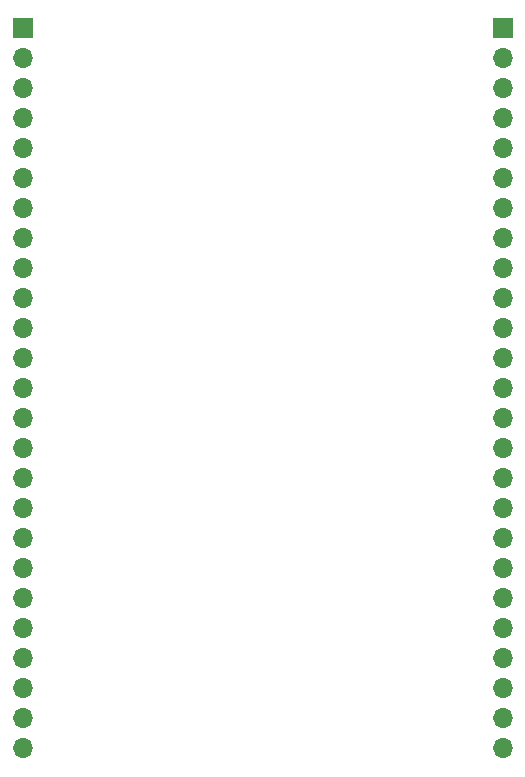
<source format=gbr>
%TF.GenerationSoftware,KiCad,Pcbnew,8.0.1*%
%TF.CreationDate,2024-04-14T04:03:23+09:00*%
%TF.ProjectId,BM83_Breakout,424d3833-5f42-4726-9561-6b6f75742e6b,rev?*%
%TF.SameCoordinates,Original*%
%TF.FileFunction,Copper,L2,Bot*%
%TF.FilePolarity,Positive*%
%FSLAX46Y46*%
G04 Gerber Fmt 4.6, Leading zero omitted, Abs format (unit mm)*
G04 Created by KiCad (PCBNEW 8.0.1) date 2024-04-14 04:03:23*
%MOMM*%
%LPD*%
G01*
G04 APERTURE LIST*
%TA.AperFunction,ComponentPad*%
%ADD10R,1.700000X1.700000*%
%TD*%
%TA.AperFunction,ComponentPad*%
%ADD11O,1.700000X1.700000*%
%TD*%
G04 APERTURE END LIST*
D10*
%TO.P,REF\u002A\u002A,1*%
%TO.N,N/C*%
X71120000Y-63500000D03*
D11*
%TO.P,REF\u002A\u002A,2*%
X71120000Y-66040000D03*
%TO.P,REF\u002A\u002A,3*%
X71120000Y-68580000D03*
%TO.P,REF\u002A\u002A,4*%
X71120000Y-71120000D03*
%TO.P,REF\u002A\u002A,5*%
X71120000Y-73660000D03*
%TO.P,REF\u002A\u002A,6*%
X71120000Y-76200000D03*
%TO.P,REF\u002A\u002A,7*%
X71120000Y-78740000D03*
%TO.P,REF\u002A\u002A,8*%
X71120000Y-81280000D03*
%TO.P,REF\u002A\u002A,9*%
X71120000Y-83820000D03*
%TO.P,REF\u002A\u002A,10*%
X71120000Y-86360000D03*
%TO.P,REF\u002A\u002A,11*%
X71120000Y-88900000D03*
%TO.P,REF\u002A\u002A,12*%
X71120000Y-91440000D03*
%TO.P,REF\u002A\u002A,13*%
X71120000Y-93980000D03*
%TO.P,REF\u002A\u002A,14*%
X71120000Y-96520000D03*
%TO.P,REF\u002A\u002A,15*%
X71120000Y-99060000D03*
%TO.P,REF\u002A\u002A,16*%
X71120000Y-101600000D03*
%TO.P,REF\u002A\u002A,17*%
X71120000Y-104140000D03*
%TO.P,REF\u002A\u002A,18*%
X71120000Y-106680000D03*
%TO.P,REF\u002A\u002A,19*%
X71120000Y-109220000D03*
%TO.P,REF\u002A\u002A,20*%
X71120000Y-111760000D03*
%TO.P,REF\u002A\u002A,21*%
X71120000Y-114300000D03*
%TO.P,REF\u002A\u002A,22*%
X71120000Y-116840000D03*
%TO.P,REF\u002A\u002A,23*%
X71120000Y-119380000D03*
%TO.P,REF\u002A\u002A,24*%
X71120000Y-121920000D03*
%TO.P,REF\u002A\u002A,25*%
X71120000Y-124460000D03*
%TD*%
D10*
%TO.P,REF\u002A\u002A,1*%
%TO.N,N/C*%
X111760000Y-63500000D03*
D11*
%TO.P,REF\u002A\u002A,2*%
X111760000Y-66040000D03*
%TO.P,REF\u002A\u002A,3*%
X111760000Y-68580000D03*
%TO.P,REF\u002A\u002A,4*%
X111760000Y-71120000D03*
%TO.P,REF\u002A\u002A,5*%
X111760000Y-73660000D03*
%TO.P,REF\u002A\u002A,6*%
X111760000Y-76200000D03*
%TO.P,REF\u002A\u002A,7*%
X111760000Y-78740000D03*
%TO.P,REF\u002A\u002A,8*%
X111760000Y-81280000D03*
%TO.P,REF\u002A\u002A,9*%
X111760000Y-83820000D03*
%TO.P,REF\u002A\u002A,10*%
X111760000Y-86360000D03*
%TO.P,REF\u002A\u002A,11*%
X111760000Y-88900000D03*
%TO.P,REF\u002A\u002A,12*%
X111760000Y-91440000D03*
%TO.P,REF\u002A\u002A,13*%
X111760000Y-93980000D03*
%TO.P,REF\u002A\u002A,14*%
X111760000Y-96520000D03*
%TO.P,REF\u002A\u002A,15*%
X111760000Y-99060000D03*
%TO.P,REF\u002A\u002A,16*%
X111760000Y-101600000D03*
%TO.P,REF\u002A\u002A,17*%
X111760000Y-104140000D03*
%TO.P,REF\u002A\u002A,18*%
X111760000Y-106680000D03*
%TO.P,REF\u002A\u002A,19*%
X111760000Y-109220000D03*
%TO.P,REF\u002A\u002A,20*%
X111760000Y-111760000D03*
%TO.P,REF\u002A\u002A,21*%
X111760000Y-114300000D03*
%TO.P,REF\u002A\u002A,22*%
X111760000Y-116840000D03*
%TO.P,REF\u002A\u002A,23*%
X111760000Y-119380000D03*
%TO.P,REF\u002A\u002A,24*%
X111760000Y-121920000D03*
%TO.P,REF\u002A\u002A,25*%
X111760000Y-124460000D03*
%TD*%
M02*

</source>
